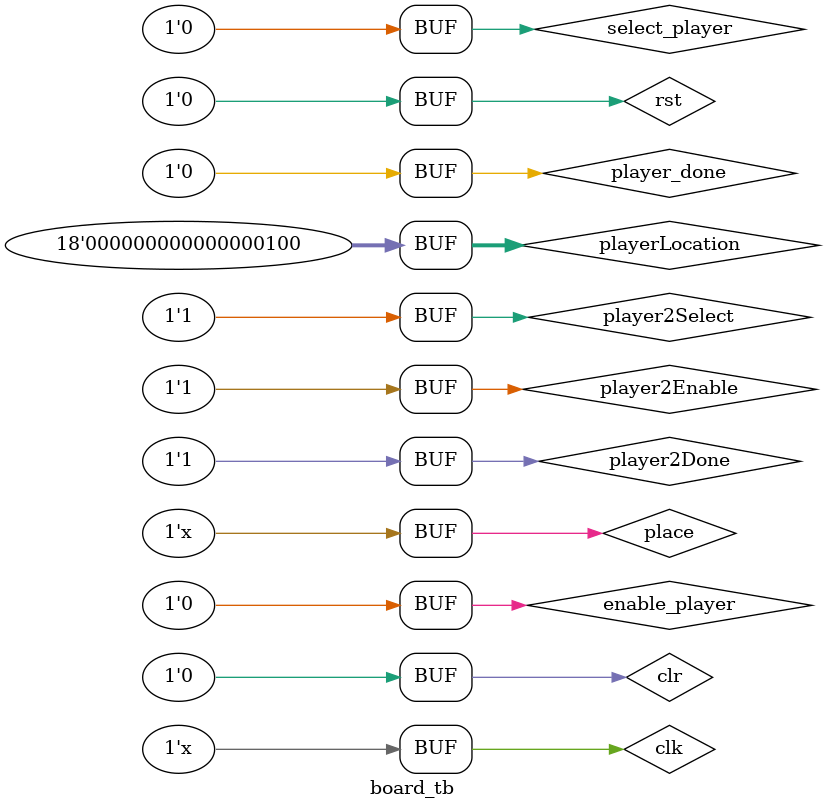
<source format=sv>
/**
 * @ Author: PaysonS
 * @ Github: https://github.com/PaysonS
 * @ Create Time: 2023-12-02 12:59:56
 * @ Modified by: PaysonS
 * @ Modified time: 2024-06-23 18:23:48
 * @ Description: Testbench for the board module
 */
module board_tb;
  // Inputs
  logic clk;
  logic rst;
  logic clr;
  logic select_player;
  logic player2Select;
  logic enable_player;
  logic player2Enable;
  logic [17:0] playerLocation;
  logic place;

  // Outputs
  logic [1:0] board1;
  logic [1:0] board2;
  logic [1:0] board3;
  logic [1:0] board4;
  logic [1:0] board5;
  logic [1:0] board6;
  logic [1:0] board7;
  logic [1:0] board8;
  logic [1:0] board9;
  logic [1:0] board10;
  logic [1:0] board11;
  logic [1:0] board12;
  logic [1:0] board13;
  logic [1:0] board14;
  logic [1:0] board15;
  logic [1:0] board16;
  logic [1:0] board17;
  logic [1:0] board18;
  logic [1:0] board19;
  logic [1:0] board20;
  logic [1:0] board21;
  logic [1:0] board22;
  logic [1:0] board23;
  logic [1:0] board24;
  logic [1:0] board25;
  logic player_done;
  logic player2Done;
  logic [4:0] turns;

  // Instantiate the DUT
  board dut (
      .clk(clk),
      .rst(rst),
      .clr(clr),
      .select_player(select_player),
      .player2Select(player2Select),
      .enable_player(enable_player),
      .player2Enable(player2Enable),
      .playerLocation(playerLocation),
      .place(place),
      .board1(board1),
      .board2(board2),
      .board3(board3),
      .board4(board4),
      .board5(board5),
      .board6(board6),
      .board7(board7),
      .board8(board8),
      .board9(board9),
      .board10(board10),
      .board11(board11),
      .board12(board12),
      .board13(board13),
      .board14(board14),
      .board15(board15),
      .board16(board16),
      .board17(board17),
      .board18(board18),
      .board19(board19),
      .board20(board20),
      .board21(board21),
      .board22(board22),
      .board23(board23),
      .board24(board24),
      .board25(board25),
      .player_done(player_done),
      .player2Done(player2Done)

  );

  // Clock generation
  always #5 clk = ~clk;
  always #10 place = ~place;

  // Initialize inputs
  initial begin
    clk = 0;
    rst = 0;
    clr = 1;
    select_player = 0;
    player2Select = 0;
    enable_player = 0;
    player2Enable = 0;
    select_player = 0;
    player2Select = 0;
    playerLocation = 0;
    place = 0;
    player_done = 0;
    player2Done = 1;
   #10;
    clr = 0;
  end
  // Add your test cases here
  initial begin
    #10;
    select_player  = 1'b1;
    player2Select  = 1'b0;
    enable_player  = 1'b1;
    player2Enable  = 1'b0;
    playerLocation = 32'd2;
    // #10;
    // place = 1'b1;
    // #10;
    // place = 1'b0;
    #30;
    select_player  = 1'b0;
    player2Select  = 1'b1;
    enable_player  = 1'b0;
    player2Enable  = 1'b1;
    playerLocation = 32'd1;
    // #10;
    // place = 1'b1;
    // #10;
    // place = 1'b0;\
    #30;
    select_player  = 1'b1;
    player2Select  = 1'b0;
    enable_player  = 1'b1;
    player2Enable  = 1'b0;
    playerLocation = 32'd3;

    #30;
    select_player  = 1'b0;
    player2Select  = 1'b1;
    enable_player  = 1'b0;
    player2Enable  = 1'b1;
    playerLocation = 32'd4;

    #50;
    clr = 1'b1;
    #10;
    clr = 1'b0;
  end


endmodule

</source>
